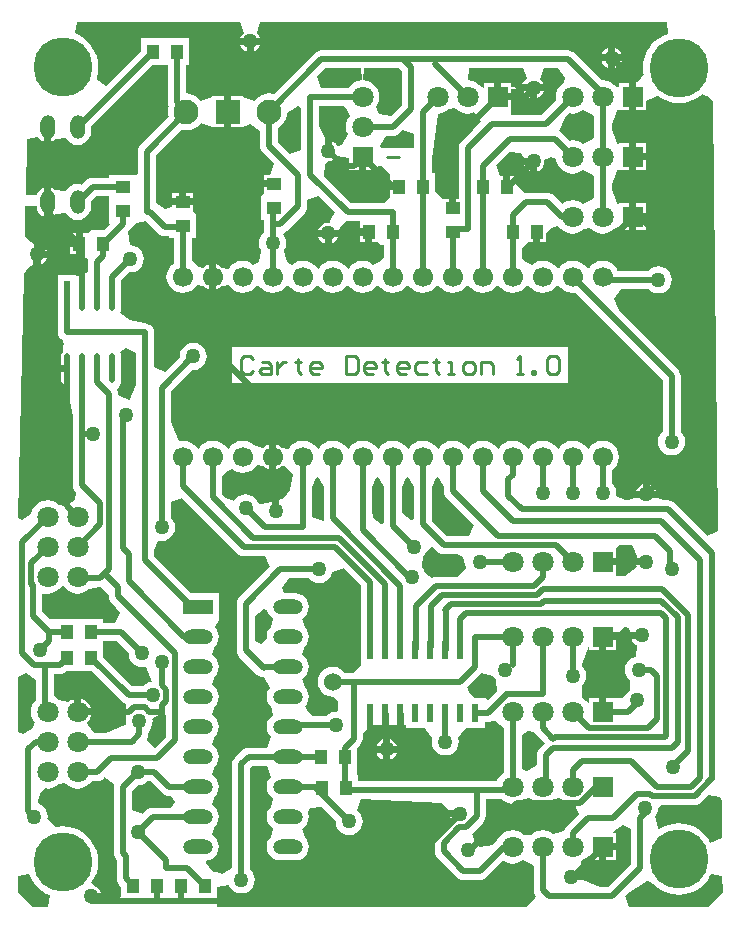
<source format=gbl>
%FSLAX24Y24*%
%MOIN*%
G70*
G01*
G75*
G04 Layer_Physical_Order=2*
G04 Layer_Color=16711680*
%ADD10R,0.0400X0.0500*%
%ADD11R,0.0500X0.0400*%
%ADD12R,0.0800X0.0800*%
%ADD13C,0.0197*%
%ADD14C,0.0100*%
%ADD15C,0.0709*%
%ADD16C,0.0827*%
%ADD17R,0.0827X0.0827*%
%ADD18C,0.0600*%
%ADD19C,0.1969*%
%ADD20R,0.0709X0.0709*%
%ADD21R,0.0709X0.0709*%
%ADD22C,0.0669*%
%ADD23O,0.0500X0.0800*%
%ADD24R,0.1000X0.0500*%
%ADD25O,0.1000X0.0500*%
%ADD26C,0.0500*%
%ADD27R,0.0200X0.1000*%
%ADD28O,0.0200X0.1000*%
%ADD29R,0.0236X0.0606*%
G36*
X14879Y20310D02*
D01*
Y20310D01*
X14916Y20170D01*
X15300D01*
Y19930D01*
X14971D01*
X14994Y19873D01*
X15050Y19800D01*
X15123Y19744D01*
X15154Y19731D01*
X15103Y19341D01*
X15083Y19338D01*
X14973Y19293D01*
X14879Y19221D01*
X14807Y19127D01*
X14762Y19017D01*
X14746Y18900D01*
X14762Y18783D01*
X14807Y18673D01*
X14879Y18579D01*
X14913Y18553D01*
X14913Y18233D01*
X14635Y17954D01*
X14454D01*
Y17954D01*
X14120D01*
Y17500D01*
X13880D01*
Y17954D01*
X13546D01*
Y17805D01*
X13546Y17805D01*
X13299Y17969D01*
Y18363D01*
X13321Y18379D01*
X13393Y18473D01*
X13438Y18583D01*
X13454Y18700D01*
X13438Y18817D01*
X13393Y18927D01*
X13321Y19021D01*
X13301Y19036D01*
Y19104D01*
X13546Y19695D01*
Y19546D01*
X13880D01*
Y20000D01*
X14000D01*
Y20120D01*
X14518D01*
X14748Y20325D01*
X14879Y20310D01*
D02*
G37*
G36*
X-2013Y17837D02*
D01*
X-2013D01*
Y17837D01*
D01*
X-2013D01*
Y17837D01*
X-2013D01*
X-2013Y17837D01*
Y17837D01*
X-2013Y17837D01*
Y17837D01*
X-1951Y17789D01*
X-1878Y17759D01*
X-1878Y17759D01*
D01*
X-1843Y17427D01*
X-1888Y17317D01*
X-1904Y17200D01*
X-1890Y17097D01*
X-1911Y17073D01*
X-2568Y16801D01*
X-2947D01*
X-3144Y17049D01*
X-3176Y17176D01*
D01*
X-3103Y17271D01*
X-3058Y17380D01*
X-3500D01*
Y17500D01*
X-3620D01*
Y17942D01*
X-3729Y17897D01*
X-3824Y17824D01*
X-3824D01*
X-4105Y17895D01*
X-4220Y17984D01*
X-4299Y18017D01*
Y18749D01*
X-4100D01*
X-4022Y18759D01*
X-3950Y18789D01*
X-3887Y18837D01*
X-3887Y18837D01*
X-3887Y18837D01*
X-3874Y18850D01*
X-3026D01*
X-2013Y17837D01*
D02*
G37*
G36*
X-3895Y21605D02*
X-3780Y21516D01*
X-3645Y21460D01*
X-3500Y21441D01*
X-3355Y21460D01*
X-3220Y21516D01*
X-3105Y21605D01*
X-2750Y21649D01*
X-2750D01*
X-2747Y21649D01*
X-2747Y21649D01*
D01*
X-2451Y21390D01*
X-2451Y21390D01*
X-2451Y21350D01*
X-2451Y21350D01*
X-2451D01*
X-2441Y21272D01*
X-2411Y21200D01*
X-2363Y21137D01*
X-2363Y21137D01*
X-2363D01*
X-2078Y20809D01*
X-2241Y20451D01*
X-2650D01*
Y20600D01*
X-4250D01*
Y20600D01*
X-4421Y20600D01*
X-4699Y20878D01*
Y21424D01*
X-4500Y21441D01*
X-4500Y21441D01*
Y21441D01*
D01*
D01*
D01*
X-4355Y21460D01*
X-4220Y21516D01*
X-4105Y21605D01*
X-4105Y21605D01*
Y21605D01*
X-3984Y21720D01*
D01*
D01*
X-3895Y21605D01*
D02*
G37*
G36*
X2811Y20886D02*
X2812Y20883D01*
X2857Y20773D01*
X2929Y20679D01*
X3023Y20607D01*
X3023Y20607D01*
D01*
X2929Y20321D01*
X2857Y20227D01*
X2812Y20117D01*
X2796Y20000D01*
X2804Y19942D01*
X2624Y19758D01*
X2401Y19868D01*
Y20687D01*
X2721Y20917D01*
X2811Y20886D01*
D02*
G37*
G36*
X7370Y17047D02*
X7432D01*
Y16947D01*
X8070D01*
X8118Y16910D01*
X8312Y16619D01*
X8312Y16617D01*
X8296Y16500D01*
X8312Y16383D01*
X8357Y16273D01*
X8429Y16179D01*
X8523Y16107D01*
X8633Y16062D01*
X8750Y16046D01*
X8867Y16062D01*
X8977Y16107D01*
X9071Y16179D01*
X9143Y16273D01*
X9188Y16383D01*
X9204Y16500D01*
X9188Y16617D01*
X9188Y16619D01*
X9382Y16910D01*
X9430Y16947D01*
X10068D01*
Y17149D01*
X10168D01*
X10246Y17159D01*
X10319Y17189D01*
D01*
X10319Y17189D01*
X10400Y17202D01*
X10699Y16946D01*
Y15468D01*
X10605Y15395D01*
X10516Y15280D01*
X10483Y15201D01*
X5850D01*
Y15400D01*
X5800D01*
Y15550D01*
X5800D01*
Y16274D01*
X5913Y16387D01*
X5961Y16450D01*
X5991Y16522D01*
X6001Y16600D01*
Y16768D01*
X6279Y17047D01*
X6468Y17047D01*
X6500D01*
X6532D01*
X6630D01*
Y17450D01*
X6870D01*
Y17047D01*
X6968D01*
X7000D01*
X7032D01*
X7130D01*
Y17450D01*
X7370D01*
Y17047D01*
D02*
G37*
G36*
X-4901Y18573D02*
Y17888D01*
X-4984Y17780D01*
X-5040Y17645D01*
X-5059Y17500D01*
X-5040Y17355D01*
X-4984Y17220D01*
X-4929Y17149D01*
X-4984Y16947D01*
X-5337Y16772D01*
X-5500Y16840D01*
Y18651D01*
X-5235Y18781D01*
X-4901Y18573D01*
D02*
G37*
G36*
X-1801Y19475D02*
X-1804Y19450D01*
X-1788Y19333D01*
X-1743Y19223D01*
X-1671Y19129D01*
X-1577Y19057D01*
X-1467Y19012D01*
X-1350Y18996D01*
X-1233Y19012D01*
X-1024Y18508D01*
X-1026Y18500D01*
X-1117Y18488D01*
X-1227Y18443D01*
X-1321Y18371D01*
X-1336Y18351D01*
X-1675D01*
X-2650Y19326D01*
Y19700D01*
Y19849D01*
X-2175D01*
X-1801Y19475D01*
D02*
G37*
G36*
X10344Y18705D02*
X10357Y18673D01*
X10429Y18579D01*
X10443Y18569D01*
X10468Y18176D01*
X10194Y17901D01*
X10068Y17953D01*
Y17953D01*
X10068Y17953D01*
X9719D01*
X9554Y18168D01*
X9493Y18317D01*
X9958Y18782D01*
X10344Y18705D01*
D02*
G37*
G36*
X5949Y21706D02*
Y20053D01*
X5932D01*
Y19047D01*
D01*
Y19047D01*
X5686Y18801D01*
X5399D01*
X5357Y18857D01*
X5252Y18937D01*
X5131Y18987D01*
X5000Y19004D01*
X4869Y18987D01*
X4748Y18937D01*
X4643Y18857D01*
X4563Y18752D01*
X4513Y18631D01*
X4496Y18500D01*
X4513Y18369D01*
X4563Y18248D01*
X4643Y18143D01*
X4748Y18063D01*
X4869Y18013D01*
X5000Y17996D01*
X5062Y18004D01*
X5167Y17867D01*
X5167Y17560D01*
X5103Y17503D01*
X5100Y17504D01*
X4983Y17488D01*
X4873Y17443D01*
X4779Y17371D01*
X4764Y17351D01*
X4323D01*
X4159Y17564D01*
X4090Y17704D01*
X4143Y17773D01*
X4188Y17883D01*
X4204Y18000D01*
X4188Y18117D01*
X4143Y18227D01*
X4071Y18321D01*
X3977Y18607D01*
X4071Y18679D01*
X4143Y18773D01*
X4188Y18883D01*
X4204Y19000D01*
X4188Y19117D01*
X4143Y19227D01*
X4071Y19321D01*
X3977Y19393D01*
X4071Y19679D01*
X4143Y19773D01*
X4188Y19883D01*
X4204Y20000D01*
X4188Y20117D01*
X4143Y20227D01*
X4071Y20321D01*
X3977Y20607D01*
X4071Y20679D01*
X4143Y20773D01*
X4188Y20883D01*
X4204Y21000D01*
X4188Y21117D01*
X4143Y21227D01*
X4071Y21321D01*
X3977Y21393D01*
X3867Y21438D01*
X3750Y21454D01*
X3394D01*
X3324Y21622D01*
X3543Y21949D01*
X4214D01*
X4229Y21929D01*
X4323Y21857D01*
X4433Y21812D01*
X4550Y21796D01*
X4667Y21812D01*
X4777Y21857D01*
X4871Y21929D01*
X4943Y22023D01*
X4988Y22133D01*
X4992Y22163D01*
X5365Y22289D01*
X5949Y21706D01*
D02*
G37*
G36*
X4546Y25311D02*
X4699Y25001D01*
Y23950D01*
X4699Y23950D01*
X4699D01*
X4706Y23897D01*
X4669Y23855D01*
X4301Y23994D01*
Y25001D01*
X4454Y25311D01*
X4500Y25333D01*
X4546Y25311D01*
D02*
G37*
G36*
X6546D02*
X6699Y25001D01*
Y23791D01*
X6628Y23762D01*
X6337Y23956D01*
X6301Y24233D01*
Y25001D01*
X6454Y25311D01*
X6500Y25333D01*
X6546Y25311D01*
D02*
G37*
G36*
X-1551Y29468D02*
Y28399D01*
X-1740Y27942D01*
X-1790Y27898D01*
X-2149Y28061D01*
Y28100D01*
X-2159Y28178D01*
X-2189Y28251D01*
Y28251D01*
D01*
D01*
X-2136Y28336D01*
X-2136D01*
X-2088Y28399D01*
X-2058Y28472D01*
X-2047Y28550D01*
Y29350D01*
X-2055Y29411D01*
X-2055Y29411D01*
X-2055Y29411D01*
X-2058Y29428D01*
X-2058Y29428D01*
X-2081Y29485D01*
X-1894Y29638D01*
X-1551Y29468D01*
D02*
G37*
G36*
X7546Y25311D02*
X7699Y25001D01*
Y23941D01*
X7628Y23912D01*
X7301Y24131D01*
Y25001D01*
X7454Y25311D01*
X7500Y25333D01*
X7546Y25311D01*
D02*
G37*
G36*
X15009Y22998D02*
X15159Y22696D01*
X15144Y22677D01*
X15121Y22620D01*
X15450D01*
Y22380D01*
X15121D01*
X15144Y22323D01*
X14742Y22015D01*
X14454Y22041D01*
Y22046D01*
X14454D01*
Y22380D01*
X14000D01*
Y22620D01*
X14454D01*
Y22954D01*
D01*
Y22954D01*
X14549Y23049D01*
X14971D01*
X15009Y22998D01*
D02*
G37*
G36*
X8484Y22840D02*
X8547Y22792D01*
X8619Y22762D01*
X8697Y22752D01*
X9137D01*
X9344Y22666D01*
X9458Y22290D01*
X9384Y22179D01*
X9152Y22001D01*
X8450D01*
X8372Y21991D01*
X8299Y21961D01*
D01*
X8088Y22117D01*
X8043Y22227D01*
X7971Y22321D01*
Y22321D01*
X7971D01*
X8021Y22679D01*
X8093Y22773D01*
X8093D01*
X8093Y22773D01*
X8093D01*
X8093D01*
X8093Y22773D01*
X8304Y23020D01*
D01*
D01*
D01*
X8484Y22840D01*
D02*
G37*
G36*
X8546Y25311D02*
X8699Y25001D01*
Y24850D01*
X8699Y24850D01*
X8699D01*
X8709Y24772D01*
X8739Y24699D01*
X8787Y24637D01*
X9707Y23717D01*
X9556Y23354D01*
X8822D01*
X8301Y23875D01*
Y25001D01*
X8454Y25311D01*
X8500Y25333D01*
X8546Y25311D01*
D02*
G37*
G36*
X1817Y22787D02*
X1880Y22739D01*
X1952Y22709D01*
X2030Y22699D01*
X2759D01*
X2910Y22335D01*
X1887Y21313D01*
X1839Y21251D01*
X1809Y21178D01*
X1799Y21100D01*
Y19550D01*
X1799Y19550D01*
X1799D01*
X1809Y19472D01*
X1839Y19399D01*
X1887Y19337D01*
X2487Y18737D01*
D01*
X2487D01*
Y18737D01*
D01*
X2487D01*
Y18737D01*
X2487D01*
X2487Y18737D01*
Y18737D01*
X2487Y18737D01*
Y18737D01*
X2549Y18689D01*
X2622Y18659D01*
X2700Y18649D01*
X2725Y18652D01*
X2922Y18311D01*
X2857Y18227D01*
X2812Y18117D01*
X2796Y18000D01*
X2812Y17883D01*
X2857Y17773D01*
X2929Y17679D01*
X3023Y17393D01*
X3023D01*
X3023Y17393D01*
X2929Y17321D01*
X2857Y17227D01*
X2812Y17117D01*
X2796Y17000D01*
X2812Y16883D01*
X2857Y16773D01*
X2929Y16679D01*
X2936Y16674D01*
X2809Y16301D01*
X2200D01*
X2122Y16291D01*
X2050Y16261D01*
X1987Y16213D01*
X1737Y15963D01*
X1689Y15900D01*
X1659Y15828D01*
X1649Y15750D01*
Y12311D01*
X1326Y12085D01*
X1150Y12150D01*
Y12150D01*
X1020D01*
X791Y12470D01*
X820Y12555D01*
X867Y12562D01*
X977Y12607D01*
X1071Y12679D01*
X1143Y12773D01*
X1188Y12883D01*
X1204Y13000D01*
X1188Y13117D01*
X1143Y13227D01*
X1071Y13321D01*
X977Y13393D01*
X1071Y13679D01*
X1143Y13773D01*
X1188Y13883D01*
X1204Y14000D01*
X1188Y14117D01*
X1143Y14227D01*
X1071Y14321D01*
X977Y14393D01*
X1071Y14679D01*
X1143Y14773D01*
X1188Y14883D01*
X1204Y15000D01*
X1188Y15117D01*
X1143Y15227D01*
X1071Y15321D01*
X977Y15393D01*
X1071Y15679D01*
X1143Y15773D01*
X1188Y15883D01*
X1204Y16000D01*
X1188Y16117D01*
X1143Y16227D01*
X1071Y16321D01*
X977Y16393D01*
X1071Y16679D01*
X1143Y16773D01*
X1188Y16883D01*
X1204Y17000D01*
X1188Y17117D01*
X1143Y17227D01*
X1071Y17321D01*
X977Y17393D01*
X1071Y17679D01*
X1143Y17773D01*
X1188Y17883D01*
X1204Y18000D01*
X1188Y18117D01*
X1143Y18227D01*
X1071Y18321D01*
X977Y18393D01*
X1071Y18679D01*
X1143Y18773D01*
X1188Y18883D01*
X1204Y19000D01*
X1188Y19117D01*
X1143Y19227D01*
X1071Y19321D01*
X977Y19393D01*
X1071Y19679D01*
X1143Y19773D01*
X1188Y19883D01*
X1204Y20000D01*
X1188Y20117D01*
X1143Y20227D01*
X1071Y20321D01*
Y20321D01*
D01*
D01*
X1200Y20550D01*
X1200D01*
Y21450D01*
X276D01*
X-949Y22675D01*
Y22894D01*
X-817Y23212D01*
X-700Y23196D01*
X-700Y23196D01*
Y23196D01*
X-583Y23212D01*
X-473Y23257D01*
X-379Y23329D01*
X-307Y23423D01*
X-262Y23533D01*
X-246Y23650D01*
X-262Y23767D01*
X-307Y23877D01*
X-379Y23971D01*
X-399Y23986D01*
Y24489D01*
X-35Y24640D01*
X1817Y22787D01*
D02*
G37*
G36*
X12605Y14605D02*
X12605Y14605D01*
Y14605D01*
X12720Y14516D01*
X12855Y14460D01*
X13000Y14441D01*
X13044Y14447D01*
X13218Y14094D01*
X12787Y13663D01*
X12739Y13600D01*
X12716Y13543D01*
X12335Y13441D01*
X12280Y13484D01*
X12145Y13540D01*
X12000Y13559D01*
X11855Y13540D01*
X11720Y13484D01*
X11605Y13395D01*
X11411Y13381D01*
X11395Y13395D01*
X11395Y13395D01*
Y13395D01*
X11280Y13484D01*
X11145Y13540D01*
X11000Y13559D01*
X10855Y13540D01*
X10720Y13484D01*
X10605Y13395D01*
X10516Y13280D01*
X10489Y13214D01*
X10487Y13213D01*
X10330Y13056D01*
X9916Y13001D01*
X9830Y13018D01*
X9806Y13077D01*
X9750Y13150D01*
X9649Y13439D01*
X10013Y13803D01*
X10061Y13865D01*
X10091Y13938D01*
X10101Y14016D01*
Y14599D01*
X10612D01*
X10720Y14516D01*
X10855Y14460D01*
X11000Y14441D01*
X11145Y14460D01*
X11280Y14516D01*
X11395Y14605D01*
X11589Y14619D01*
X11605Y14605D01*
X11605Y14605D01*
Y14605D01*
X11720Y14516D01*
X11855Y14460D01*
X12000Y14441D01*
X12145Y14460D01*
X12280Y14516D01*
X12395Y14605D01*
X12589Y14619D01*
X12605Y14605D01*
D02*
G37*
G36*
X-1075Y15199D02*
X-1075Y15199D01*
X-663Y14787D01*
D01*
X-663D01*
Y14787D01*
D01*
X-663D01*
Y14787D01*
X-663D01*
X-663Y14787D01*
Y14787D01*
X-663Y14787D01*
Y14787D01*
X-600Y14739D01*
X-528Y14709D01*
X-450Y14699D01*
X-393D01*
X-251Y14500D01*
X-393Y14301D01*
X-1000D01*
X-1078Y14291D01*
X-1151Y14261D01*
X-1213Y14213D01*
X-1335Y14090D01*
X-1699Y14241D01*
Y14875D01*
X-1699Y14875D01*
D01*
X-1500Y15046D01*
X-1383Y15062D01*
X-1273Y15107D01*
X-1179Y15179D01*
X-1075Y15199D01*
Y15199D01*
D02*
G37*
G36*
X-2284Y15094D02*
X-2291Y15078D01*
X-2301Y15000D01*
Y12800D01*
X-2291Y12722D01*
X-2261Y12650D01*
X-2213Y12587D01*
X-2201Y12575D01*
Y11950D01*
X-2201Y11950D01*
X-2201D01*
X-2191Y11872D01*
X-2161Y11799D01*
X-2113Y11737D01*
X-2050Y11674D01*
Y11340D01*
X-2377Y11121D01*
X-2640Y11230D01*
X-3050D01*
Y11470D01*
X-2721D01*
X-2744Y11527D01*
X-2800Y11600D01*
X-2873Y11656D01*
X-2873Y11656D01*
X-2873D01*
X-3039Y11802D01*
X-3039Y11802D01*
X-3039Y11802D01*
X-2942Y11961D01*
X-2870Y12133D01*
X-2827Y12314D01*
X-2812Y12500D01*
X-2827Y12686D01*
X-2870Y12867D01*
X-2942Y13039D01*
X-3039Y13198D01*
X-3160Y13340D01*
X-3302Y13461D01*
X-3461Y13558D01*
X-3633Y13630D01*
X-3814Y13673D01*
X-4000Y13688D01*
X-4186Y13673D01*
X-4213Y13667D01*
X-4505Y13930D01*
X-4496Y14000D01*
X-4512Y14117D01*
X-4557Y14227D01*
X-4629Y14321D01*
X-4723Y14393D01*
X-4723D01*
X-4830Y14456D01*
X-4819Y14538D01*
X-4705Y14815D01*
X-4553Y14948D01*
X-4500Y14941D01*
X-4355Y14960D01*
X-4220Y15016D01*
X-4105Y15105D01*
X-3911Y15119D01*
X-3895Y15105D01*
X-3895Y15105D01*
Y15105D01*
X-3780Y15016D01*
X-3645Y14960D01*
X-3500Y14941D01*
X-3355Y14960D01*
X-3220Y15016D01*
X-3105Y15105D01*
X-3032Y15199D01*
X-2850D01*
X-2772Y15209D01*
X-2700Y15239D01*
X-2637Y15287D01*
X-2637Y15287D01*
X-2637Y15287D01*
X-2611Y15313D01*
X-2284Y15094D01*
D02*
G37*
G36*
X17909Y14651D02*
X17964Y14520D01*
X17978Y13297D01*
X17594Y13138D01*
X17496Y13297D01*
X17375Y13438D01*
X17234Y13559D01*
X17075Y13657D01*
X16903Y13728D01*
X16721Y13772D01*
X16535Y13786D01*
X16350Y13772D01*
X16168Y13728D01*
X15996Y13657D01*
X15895Y13595D01*
X15829Y13631D01*
X15750Y14017D01*
X15793Y14073D01*
X15838Y14183D01*
X15854Y14300D01*
X15943Y14402D01*
X17073D01*
X17151Y14412D01*
X17223Y14442D01*
X17286Y14490D01*
X17286Y14490D01*
X17286Y14490D01*
X17523Y14728D01*
X17909Y14651D01*
D02*
G37*
G36*
X14949Y13609D02*
Y12425D01*
X14175Y11651D01*
X13913D01*
X13360Y11880D01*
X12950D01*
Y12120D01*
X13279D01*
X13256Y12177D01*
X13280Y12516D01*
D01*
D01*
X13395Y12605D01*
D01*
X13395Y12605D01*
X13395Y12605D01*
X13395Y12605D01*
Y12605D01*
X13546Y12695D01*
Y12546D01*
X13880D01*
Y13000D01*
X14000D01*
Y13120D01*
X14454D01*
Y13454D01*
X14350D01*
X14375Y13519D01*
X14677Y13721D01*
X14949Y13609D01*
D02*
G37*
G36*
X-5058Y11961D02*
X-4961Y11802D01*
X-4840Y11660D01*
X-4698Y11539D01*
X-4539Y11442D01*
X-4405Y11386D01*
X-4482Y11000D01*
X-5000D01*
X-5500Y11500D01*
Y12018D01*
X-5114Y12095D01*
X-5058Y11961D01*
D02*
G37*
G36*
X16180Y40109D02*
X16168Y40106D01*
X15996Y40035D01*
X15837Y39937D01*
X15695Y39816D01*
X15574Y39675D01*
X15477Y39516D01*
X15406Y39343D01*
X15362Y39162D01*
X15348Y38976D01*
X15362Y38791D01*
X15369Y38764D01*
X15170Y38512D01*
X15120Y38491D01*
Y38000D01*
Y37546D01*
X15454D01*
Y37872D01*
X15812Y38037D01*
X15837Y38015D01*
X15996Y37918D01*
X16168Y37847D01*
X16350Y37803D01*
X16535Y37788D01*
X16721Y37803D01*
X16903Y37847D01*
X17075Y37918D01*
X17234Y38015D01*
X17324Y38092D01*
X17544Y37992D01*
X17683Y37874D01*
X17855Y23526D01*
X17493Y23373D01*
X16402Y24463D01*
X16340Y24511D01*
X16268Y24541D01*
X16190Y24551D01*
X16051D01*
X15860Y24630D01*
X15040D01*
X14849Y24551D01*
X14756D01*
X14438Y24683D01*
X14454Y24800D01*
X14454Y24800D01*
X14454D01*
X14438Y24917D01*
X14393Y25027D01*
X14321Y25121D01*
X14301Y25136D01*
Y25557D01*
X14381Y25619D01*
X14467Y25730D01*
X14521Y25860D01*
X14539Y26000D01*
X14521Y26140D01*
X14467Y26270D01*
X14381Y26381D01*
X14270Y26467D01*
X14140Y26521D01*
X14000Y26539D01*
X13860Y26521D01*
X13730Y26467D01*
X13619Y26381D01*
X13533Y26270D01*
D01*
X13381Y26381D01*
X13381Y26381D01*
Y26381D01*
X13270Y26467D01*
X13140Y26521D01*
X13000Y26539D01*
X12860Y26521D01*
X12730Y26467D01*
X12619Y26381D01*
X12533Y26270D01*
D01*
X12381Y26381D01*
X12381Y26381D01*
Y26381D01*
X12270Y26467D01*
X12140Y26521D01*
X12000Y26539D01*
X11860Y26521D01*
X11730Y26467D01*
X11619Y26381D01*
X11533Y26270D01*
D01*
X11381Y26381D01*
X11381Y26381D01*
Y26381D01*
X11270Y26467D01*
X11140Y26521D01*
X11000Y26539D01*
X10860Y26521D01*
X10730Y26467D01*
X10619Y26381D01*
X10533Y26270D01*
D01*
X10381Y26381D01*
X10381Y26381D01*
Y26381D01*
X10270Y26467D01*
X10140Y26521D01*
X10000Y26539D01*
X9860Y26521D01*
X9730Y26467D01*
X9619Y26381D01*
X9533Y26270D01*
D01*
X9381Y26381D01*
X9381Y26381D01*
Y26381D01*
X9270Y26467D01*
X9140Y26521D01*
X9000Y26539D01*
X8860Y26521D01*
X8730Y26467D01*
X8619Y26381D01*
X8533Y26270D01*
D01*
X8381Y26381D01*
X8381Y26381D01*
Y26381D01*
X8270Y26467D01*
X8140Y26521D01*
X8000Y26539D01*
X7860Y26521D01*
X7730Y26467D01*
X7619Y26381D01*
X7533Y26270D01*
D01*
X7381Y26381D01*
X7381Y26381D01*
Y26381D01*
X7270Y26467D01*
X7140Y26521D01*
X7000Y26539D01*
X6860Y26521D01*
X6730Y26467D01*
X6619Y26381D01*
X6533Y26270D01*
D01*
X6381Y26381D01*
X6381Y26381D01*
Y26381D01*
X6270Y26467D01*
X6140Y26521D01*
X6000Y26539D01*
X5860Y26521D01*
X5730Y26467D01*
X5619Y26381D01*
X5533Y26270D01*
D01*
X5381Y26381D01*
X5381Y26381D01*
Y26381D01*
X5270Y26467D01*
X5140Y26521D01*
X5000Y26539D01*
X4860Y26521D01*
X4730Y26467D01*
X4619Y26381D01*
X4533Y26270D01*
D01*
X4381Y26381D01*
X4381Y26381D01*
Y26381D01*
X4270Y26467D01*
X4140Y26521D01*
X4000Y26539D01*
X3860Y26521D01*
X3730Y26467D01*
X3619Y26381D01*
X3533Y26270D01*
D01*
X3310Y26310D01*
X3219Y26380D01*
X3120Y26421D01*
Y26000D01*
Y25579D01*
X3219Y25620D01*
X3310Y25690D01*
X3397Y25706D01*
X3674Y25426D01*
X3571Y24890D01*
X3380Y24640D01*
X3220Y24554D01*
Y24200D01*
X2980D01*
Y24529D01*
X2923Y24506D01*
X2850Y24450D01*
X2538Y24417D01*
X2493Y24527D01*
X2421Y24621D01*
X2327Y24693D01*
X2217Y24738D01*
X2100Y24754D01*
X1983Y24738D01*
X1873Y24693D01*
X1779Y24621D01*
X1779Y24621D01*
Y24621D01*
X1707Y24527D01*
X1437Y24639D01*
X1301Y24775D01*
Y25375D01*
X1456Y25494D01*
X1654Y25592D01*
X1730Y25533D01*
X1860Y25479D01*
X2000Y25461D01*
X2140Y25479D01*
X2270Y25533D01*
X2381Y25619D01*
X2467Y25730D01*
X2467Y25730D01*
Y25730D01*
X2690Y25690D01*
X2781Y25620D01*
X2880Y25579D01*
Y26000D01*
Y26421D01*
X2781Y26380D01*
X2690Y26310D01*
X2381Y26381D01*
X2270Y26467D01*
X2140Y26521D01*
X2000Y26539D01*
X1860Y26521D01*
X1730Y26467D01*
X1619Y26381D01*
X1533Y26270D01*
D01*
X1381Y26381D01*
X1381Y26381D01*
Y26381D01*
X1270Y26467D01*
X1140Y26521D01*
X1000Y26539D01*
X860Y26521D01*
X730Y26467D01*
X619Y26381D01*
X533Y26270D01*
D01*
X381Y26381D01*
X381Y26381D01*
Y26381D01*
X270Y26467D01*
X140Y26521D01*
X0Y26539D01*
X-103Y26526D01*
X-164Y26579D01*
X-399Y27147D01*
Y28175D01*
X325Y28899D01*
X350Y28896D01*
X467Y28912D01*
X577Y28957D01*
X671Y29029D01*
X743Y29123D01*
X788Y29233D01*
X804Y29350D01*
X788Y29467D01*
X743Y29577D01*
X671Y29671D01*
X577Y29743D01*
X467Y29788D01*
X350Y29804D01*
X233Y29788D01*
X123Y29743D01*
X29Y29671D01*
X-43Y29577D01*
X-88Y29467D01*
X-104Y29350D01*
X-101Y29325D01*
X-585Y28840D01*
X-949Y28991D01*
Y30150D01*
X-959Y30228D01*
X-989Y30301D01*
X-1037Y30363D01*
X-1099Y30411D01*
X-1172Y30441D01*
X-1250Y30451D01*
X-1250Y30451D01*
X-1250Y30451D01*
X-1759Y30546D01*
X-2088Y30799D01*
X-2081Y30815D01*
X-2081Y30815D01*
X-2081Y30815D01*
X-2058Y30872D01*
X-2047Y30950D01*
Y31750D01*
X-2049Y31762D01*
Y31875D01*
X-1775Y32149D01*
X-1750Y32146D01*
X-1633Y32162D01*
X-1523Y32207D01*
X-1429Y32279D01*
X-1357Y32373D01*
X-1312Y32483D01*
X-1296Y32600D01*
X-1312Y32717D01*
X-1357Y32827D01*
X-1429Y32921D01*
X-1523Y32993D01*
X-1633Y33038D01*
X-1750Y33054D01*
X-1811Y33514D01*
X-1811Y33514D01*
X-1787Y33537D01*
X-1776Y33552D01*
X-1550Y33800D01*
X-1228Y33853D01*
X-1228D01*
X-813Y33437D01*
D01*
X-813D01*
Y33437D01*
D01*
X-813D01*
Y33437D01*
X-813D01*
X-813Y33437D01*
Y33437D01*
X-813Y33437D01*
Y33437D01*
X-750Y33389D01*
X-678Y33359D01*
X-600Y33349D01*
X-450D01*
Y33300D01*
X-301D01*
Y32443D01*
X-381Y32381D01*
X-467Y32270D01*
X-521Y32140D01*
X-539Y32000D01*
X-521Y31860D01*
X-467Y31730D01*
X-381Y31619D01*
X-270Y31533D01*
X-140Y31479D01*
X0Y31461D01*
X140Y31479D01*
X270Y31533D01*
X381Y31619D01*
X467Y31730D01*
X467Y31730D01*
Y31730D01*
X690Y31690D01*
X781Y31620D01*
X880Y31579D01*
Y32000D01*
Y32421D01*
X781Y32380D01*
X690Y32310D01*
X544Y32344D01*
X301Y32547D01*
Y33300D01*
X450D01*
Y33922D01*
X450Y33922D01*
X450Y33922D01*
X450Y34100D01*
X350Y34200D01*
X350Y34378D01*
X350Y34378D01*
X350Y34378D01*
Y34380D01*
X-350D01*
Y34378D01*
X-350Y34378D01*
X-350Y34378D01*
X-350Y34340D01*
X-572Y34248D01*
X-899Y34467D01*
Y36053D01*
X-43Y36909D01*
X2Y36895D01*
X122Y36884D01*
X242Y36895D01*
X358Y36931D01*
X464Y36988D01*
X558Y37064D01*
X616Y37135D01*
X979Y37005D01*
X987Y36987D01*
Y36987D01*
X1380D01*
Y37500D01*
Y38013D01*
X987D01*
Y38013D01*
X979Y37995D01*
X616Y37865D01*
X558Y37936D01*
X464Y38012D01*
X358Y38069D01*
X242Y38105D01*
X122Y38116D01*
X101Y38135D01*
Y39050D01*
X200D01*
Y39950D01*
X-1400D01*
Y39526D01*
X-2565Y38361D01*
X-2892Y38579D01*
X-2870Y38633D01*
X-2827Y38814D01*
X-2812Y39000D01*
X-2827Y39186D01*
X-2870Y39367D01*
X-2942Y39539D01*
X-3039Y39698D01*
X-3160Y39840D01*
X-3302Y39961D01*
X-3461Y40058D01*
X-3595Y40114D01*
X-3518Y40500D01*
X1910D01*
X2036Y40127D01*
X2000Y40100D01*
X1944Y40027D01*
X1921Y39970D01*
X2579D01*
X2556Y40027D01*
X2500Y40100D01*
X2464Y40127D01*
X2590Y40500D01*
X16134D01*
X16180Y40109D01*
D02*
G37*
G36*
X2933Y15334D02*
X2929Y15321D01*
X2857Y15227D01*
X2812Y15117D01*
X2796Y15000D01*
X2812Y14883D01*
X2857Y14773D01*
X2929Y14679D01*
X3023Y14607D01*
X3023Y14607D01*
D01*
X2929Y14321D01*
X2857Y14227D01*
X2812Y14117D01*
X2796Y14000D01*
X2812Y13883D01*
X2857Y13773D01*
X2929Y13679D01*
X3023Y13607D01*
X3023Y13607D01*
D01*
X2929Y13321D01*
X2857Y13227D01*
X2812Y13117D01*
X2796Y13000D01*
X2812Y12883D01*
X2857Y12773D01*
X2929Y12679D01*
X3023Y12607D01*
X3133Y12562D01*
X3250Y12546D01*
X3750D01*
X3867Y12562D01*
X3977Y12607D01*
X4071Y12679D01*
X4143Y12773D01*
X4188Y12883D01*
X4204Y13000D01*
X4188Y13117D01*
X4143Y13227D01*
X4071Y13321D01*
X3977Y13607D01*
X4071Y13679D01*
X4143Y13773D01*
X4188Y13883D01*
X4204Y14000D01*
X4188Y14117D01*
X4166Y14173D01*
X4248Y14296D01*
X4640Y14335D01*
X5099Y13875D01*
X5096Y13850D01*
X5112Y13733D01*
X5157Y13623D01*
X5229Y13529D01*
X5323Y13457D01*
X5433Y13412D01*
X5550Y13396D01*
X5667Y13412D01*
X5777Y13457D01*
X5871Y13529D01*
X5943Y13623D01*
X5988Y13733D01*
X6004Y13850D01*
X5988Y13967D01*
X5943Y14077D01*
X5871Y14171D01*
X5800Y14225D01*
X5937Y14594D01*
X8651Y14448D01*
X8840Y14220D01*
X9250D01*
Y13980D01*
X8921D01*
X8944Y13923D01*
X8998Y13854D01*
X8487Y13343D01*
X8439Y13281D01*
X8409Y13208D01*
X8399Y13130D01*
Y12850D01*
X8409Y12772D01*
X8439Y12700D01*
X8487Y12637D01*
X9137Y11987D01*
D01*
X9137D01*
Y11987D01*
D01*
X9137D01*
Y11987D01*
X9137D01*
X9137Y11987D01*
Y11987D01*
X9137Y11987D01*
Y11987D01*
X9200Y11939D01*
X9272Y11909D01*
X9350Y11899D01*
X9900D01*
X9978Y11909D01*
X10050Y11939D01*
X10113Y11987D01*
X10676Y12550D01*
X10720Y12516D01*
X10855Y12460D01*
X11000Y12441D01*
X11145Y12460D01*
X11280Y12516D01*
X11346Y12567D01*
X11623Y12430D01*
X11699Y12372D01*
Y11550D01*
X11699Y11550D01*
X11699D01*
X11709Y11472D01*
X11739Y11400D01*
X11775Y11353D01*
X11748Y11298D01*
X11450Y11000D01*
X1150D01*
Y11250D01*
X1150D01*
Y11646D01*
X1536Y11723D01*
X1557Y11673D01*
X1629Y11579D01*
X1723Y11507D01*
X1833Y11462D01*
X1950Y11446D01*
X2067Y11462D01*
X2177Y11507D01*
X2271Y11579D01*
X2343Y11673D01*
X2388Y11783D01*
X2404Y11900D01*
X2388Y12017D01*
X2343Y12127D01*
X2271Y12221D01*
X2251Y12236D01*
Y15625D01*
X2325Y15699D01*
X2809D01*
X2933Y15334D01*
D02*
G37*
G36*
X17994Y12017D02*
X18000Y11500D01*
X17500Y11000D01*
X14890D01*
X14739Y11364D01*
X14803Y11428D01*
X15486Y11846D01*
X15625Y11841D01*
X15695Y11758D01*
X15837Y11637D01*
X15996Y11540D01*
X16168Y11469D01*
X16350Y11425D01*
X16535Y11411D01*
X16721Y11425D01*
X16903Y11469D01*
X17075Y11540D01*
X17234Y11637D01*
X17375Y11758D01*
X17496Y11900D01*
X17594Y12059D01*
X17607Y12091D01*
X17994Y12017D01*
D02*
G37*
G36*
X-594Y17423D02*
X-551Y17368D01*
Y16675D01*
X-918Y16307D01*
X-1214Y16567D01*
X-1189Y16600D01*
X-1189Y16600D01*
X-1189D01*
X-1159Y16672D01*
X-1149Y16750D01*
D01*
D01*
Y16750D01*
X-1149D01*
D01*
X-1149D01*
X-1149Y16750D01*
X-1057Y16973D01*
X-1057Y16973D01*
D01*
X-1012Y17083D01*
X-996Y17200D01*
X-1005Y17267D01*
X-747Y17427D01*
X-599D01*
X-594Y17423D01*
D02*
G37*
G36*
X-501Y37822D02*
X-491Y37744D01*
X-464Y37680D01*
X-482Y37620D01*
X-494Y37500D01*
X-482Y37380D01*
X-469Y37335D01*
X-1413Y36391D01*
X-1461Y36328D01*
X-1491Y36256D01*
X-1501Y36178D01*
Y35449D01*
X-1550Y35400D01*
X-1779Y35400D01*
X-1779Y35400D01*
X-1779Y35400D01*
X-2450D01*
Y35301D01*
X-3000D01*
X-3078Y35291D01*
X-3151Y35261D01*
X-3213Y35213D01*
X-3351Y35075D01*
X-3383Y35088D01*
X-3500Y35104D01*
X-3617Y35088D01*
X-3727Y35043D01*
X-3821Y34971D01*
X-3893Y34877D01*
Y34877D01*
X-4250Y34900D01*
X-4323Y34956D01*
X-4380Y34979D01*
Y34500D01*
Y34021D01*
X-4323Y34044D01*
X-4250Y34100D01*
X-3893Y34123D01*
X-3893Y34123D01*
Y34123D01*
X-3821Y34029D01*
X-3727Y33957D01*
X-3617Y33912D01*
X-3500Y33896D01*
X-3383Y33912D01*
X-3273Y33957D01*
X-3179Y34029D01*
X-3107Y34123D01*
X-3062Y34233D01*
X-3046Y34350D01*
Y34528D01*
X-2875Y34699D01*
X-2450D01*
Y34600D01*
Y33800D01*
X-2450Y33800D01*
X-2450D01*
X-2428Y33747D01*
X-2626Y33550D01*
X-2872D01*
X-2872Y33550D01*
X-2872Y33550D01*
X-3050Y33550D01*
X-3150Y33450D01*
X-3328Y33450D01*
X-3328Y33450D01*
X-3328Y33450D01*
X-3330D01*
Y33100D01*
Y32656D01*
X-3151Y32582D01*
X-3151Y32500D01*
X-3151Y32500D01*
X-3151D01*
Y32173D01*
X-3488Y32025D01*
X-3550Y32050D01*
X-3532Y32033D01*
X-3550Y32050D01*
Y32050D01*
X-4150D01*
Y31358D01*
X-4151Y31350D01*
Y30150D01*
X-4141Y30072D01*
X-4111Y29999D01*
X-4063Y29937D01*
X-4001Y29889D01*
X-3969Y29737D01*
X-3994Y29859D01*
X-3994Y29494D01*
X-3994Y29494D01*
X-4038Y29428D01*
X-4038Y29428D01*
X-4038D01*
X-4043Y29406D01*
X-4052Y29358D01*
X-4052D01*
X-4052Y29358D01*
X-4054Y29350D01*
X-4054Y29350D01*
X-4054Y29309D01*
X-4054D01*
X-4054D01*
Y29070D01*
X-3850D01*
Y28830D01*
X-4054D01*
Y28591D01*
X-4054D01*
D01*
Y28591D01*
X-4054D01*
X-4054D01*
X-4054Y28550D01*
X-4054D01*
X-4052Y28542D01*
X-4052Y28542D01*
X-4052D01*
X-4038Y28472D01*
D01*
D01*
X-4038D01*
X-4038D01*
D01*
X-3994Y28406D01*
Y28406D01*
X-3994D01*
Y28406D01*
D01*
X-3994D01*
Y28406D01*
X-3994Y28406D01*
D01*
X-3994Y28406D01*
D01*
X-3928Y28362D01*
X-3928Y28362D01*
X-3928Y28362D01*
X-3928Y28362D01*
Y28362D01*
X-3850Y28346D01*
X-3850Y28346D01*
X-3651Y27346D01*
Y26750D01*
Y25050D01*
X-3641Y24972D01*
X-3611Y24899D01*
X-3563Y24837D01*
X-3551Y24825D01*
X-3603Y24563D01*
X-3936Y24352D01*
X-4105Y24395D01*
X-4220Y24484D01*
X-4355Y24540D01*
X-4500Y24559D01*
X-4645Y24540D01*
X-4780Y24484D01*
X-4895Y24395D01*
X-4984Y24280D01*
X-5040Y24145D01*
X-5047Y24091D01*
X-5370Y23904D01*
X-5488Y23955D01*
X-5299Y32089D01*
X-5125Y32316D01*
X-4970Y32417D01*
Y32750D01*
Y33106D01*
X-5170Y33243D01*
X-5269Y33372D01*
X-5270Y33317D01*
X-5246Y34350D01*
X-4853D01*
X-4841Y34259D01*
X-4806Y34173D01*
X-4750Y34100D01*
X-4677Y34044D01*
X-4620Y34021D01*
Y34500D01*
Y34979D01*
X-4677Y34956D01*
X-4750Y34900D01*
X-4806Y34827D01*
X-4841Y34741D01*
X-4845Y34714D01*
X-5237Y34744D01*
X-5194Y36604D01*
X-4807Y36676D01*
X-4806Y36673D01*
X-4750Y36600D01*
X-4677Y36544D01*
X-4620Y36521D01*
Y37000D01*
X-4380D01*
Y36521D01*
X-4323Y36544D01*
X-4250Y36600D01*
X-3893Y36623D01*
X-3893Y36623D01*
Y36623D01*
X-3821Y36529D01*
X-3727Y36457D01*
X-3617Y36412D01*
X-3500Y36396D01*
X-3383Y36412D01*
X-3273Y36457D01*
X-3179Y36529D01*
X-3107Y36623D01*
X-3062Y36733D01*
X-3046Y36850D01*
Y37028D01*
X-1024Y39050D01*
X-501D01*
Y37822D01*
D02*
G37*
G36*
X11718Y16814D02*
X11739Y16796D01*
D01*
X11787Y16734D01*
X12073Y16448D01*
X11887Y16263D01*
X11839Y16200D01*
X11809Y16128D01*
X11799Y16050D01*
Y15735D01*
X11465Y15527D01*
X11377Y15570D01*
X11301Y15628D01*
Y16724D01*
X11517Y16868D01*
X11718Y16814D01*
D02*
G37*
%LPC*%
G36*
X-3380Y17942D02*
Y17620D01*
X-3058D01*
X-3103Y17729D01*
X-3176Y17824D01*
X-3271Y17897D01*
X-3380Y17942D01*
D02*
G37*
G36*
X15570Y25079D02*
Y24870D01*
X15779D01*
X15756Y24927D01*
X15700Y25000D01*
X15627Y25056D01*
X15570Y25079D01*
D02*
G37*
G36*
X15330D02*
X15273Y25056D01*
X15200Y25000D01*
X15144Y24927D01*
X15121Y24870D01*
X15330D01*
Y25079D01*
D02*
G37*
G36*
X6920Y16579D02*
Y16370D01*
X7129D01*
X7106Y16427D01*
X7050Y16500D01*
X6977Y16556D01*
X6920Y16579D01*
D02*
G37*
G36*
X6680Y16130D02*
X6471D01*
X6494Y16073D01*
X6550Y16000D01*
X6623Y15944D01*
X6680Y15921D01*
Y16130D01*
D02*
G37*
G36*
X14454Y19880D02*
X14120D01*
Y19546D01*
X14454D01*
Y19880D01*
D02*
G37*
G36*
X7129Y16130D02*
X6920D01*
Y15921D01*
X6977Y15944D01*
X7050Y16000D01*
X7106Y16073D01*
X7129Y16130D01*
D02*
G37*
G36*
X6680Y16579D02*
X6623Y16556D01*
X6550Y16500D01*
X6494Y16427D01*
X6471Y16370D01*
X6680D01*
Y16579D01*
D02*
G37*
G36*
X14454Y12880D02*
X14120D01*
Y12546D01*
X14454D01*
Y12880D01*
D02*
G37*
G36*
X12847Y29650D02*
X1650D01*
Y28450D01*
X12847D01*
Y29650D01*
D02*
G37*
G36*
X14180Y39180D02*
X13971D01*
X13994Y39123D01*
X14050Y39050D01*
X14123Y38994D01*
X14180Y38971D01*
Y39180D01*
D02*
G37*
G36*
X-120Y34800D02*
X-350D01*
Y34620D01*
X-120D01*
Y34800D01*
D02*
G37*
G36*
X15454Y34454D02*
X15120D01*
Y34120D01*
X15454D01*
Y34454D01*
D02*
G37*
G36*
X14629Y39180D02*
X14420D01*
Y38971D01*
X14477Y38994D01*
X14550Y39050D01*
X14606Y39123D01*
X14629Y39180D01*
D02*
G37*
G36*
X12850Y39551D02*
X4628D01*
X4550Y39541D01*
X4477Y39511D01*
X4415Y39463D01*
X3043Y38091D01*
X2998Y38105D01*
X2878Y38116D01*
X2758Y38105D01*
X2642Y38069D01*
X2536Y38012D01*
X2442Y37936D01*
X2384Y37865D01*
X2021Y37995D01*
X2013Y38013D01*
Y38013D01*
X1620D01*
Y37500D01*
Y36987D01*
X2013D01*
Y36987D01*
X2021Y37005D01*
X2255Y37089D01*
X2577Y36862D01*
Y36372D01*
X2577Y36372D01*
X2577D01*
X2587Y36294D01*
X2617Y36222D01*
X2665Y36159D01*
X3061Y35764D01*
X2910Y35400D01*
X2700D01*
Y35220D01*
X3050D01*
Y34980D01*
X2700D01*
Y34978D01*
X2700Y34978D01*
X2700Y34978D01*
X2700Y34800D01*
X2600Y34700D01*
X2600Y34522D01*
X2600Y34522D01*
X2600Y34522D01*
Y33900D01*
X2699D01*
Y33750D01*
Y33461D01*
X2679Y33446D01*
X2607Y33352D01*
X2562Y33242D01*
X2546Y33125D01*
X2562Y33008D01*
X2607Y32898D01*
D01*
X2616Y32868D01*
X2530Y32499D01*
X2346Y32408D01*
X2270Y32467D01*
X2140Y32521D01*
X2000Y32539D01*
X1860Y32521D01*
X1730Y32467D01*
X1619Y32381D01*
X1533Y32270D01*
D01*
X1310Y32310D01*
X1219Y32380D01*
X1120Y32421D01*
Y32000D01*
Y31579D01*
X1219Y31620D01*
X1310Y31690D01*
X1533Y31730D01*
X1533Y31730D01*
Y31730D01*
X1619Y31619D01*
X1730Y31533D01*
X1860Y31479D01*
X2000Y31461D01*
X2140Y31479D01*
X2270Y31533D01*
X2381Y31619D01*
X2467Y31730D01*
X2619Y31619D01*
X2619Y31619D01*
Y31619D01*
X2730Y31533D01*
X2860Y31479D01*
X3000Y31461D01*
X3140Y31479D01*
X3270Y31533D01*
X3381Y31619D01*
X3467Y31730D01*
X3619Y31619D01*
X3619Y31619D01*
Y31619D01*
X3730Y31533D01*
X3860Y31479D01*
X4000Y31461D01*
X4140Y31479D01*
X4270Y31533D01*
X4381Y31619D01*
X4467Y31730D01*
X4619Y31619D01*
X4619Y31619D01*
Y31619D01*
X4730Y31533D01*
X4860Y31479D01*
X5000Y31461D01*
X5140Y31479D01*
X5270Y31533D01*
X5381Y31619D01*
X5467Y31730D01*
X5619Y31619D01*
X5619Y31619D01*
Y31619D01*
X5730Y31533D01*
X5860Y31479D01*
X6000Y31461D01*
X6140Y31479D01*
X6270Y31533D01*
X6381Y31619D01*
X6467Y31730D01*
X6619Y31619D01*
X6619Y31619D01*
Y31619D01*
X6730Y31533D01*
X6860Y31479D01*
X7000Y31461D01*
X7140Y31479D01*
X7270Y31533D01*
X7381Y31619D01*
X7467Y31730D01*
X7619Y31619D01*
X7619Y31619D01*
Y31619D01*
X7730Y31533D01*
X7860Y31479D01*
X8000Y31461D01*
X8140Y31479D01*
X8270Y31533D01*
X8381Y31619D01*
X8467Y31730D01*
X8619Y31619D01*
X8619Y31619D01*
Y31619D01*
X8730Y31533D01*
X8860Y31479D01*
X9000Y31461D01*
X9140Y31479D01*
X9270Y31533D01*
X9381Y31619D01*
X9467Y31730D01*
X9619Y31619D01*
X9619Y31619D01*
Y31619D01*
X9730Y31533D01*
X9860Y31479D01*
X10000Y31461D01*
X10140Y31479D01*
X10270Y31533D01*
X10381Y31619D01*
X10467Y31730D01*
X10619Y31619D01*
X10619Y31619D01*
Y31619D01*
X10730Y31533D01*
X10860Y31479D01*
X11000Y31461D01*
X11140Y31479D01*
X11270Y31533D01*
X11381Y31619D01*
X11467Y31730D01*
X11619Y31619D01*
X11619Y31619D01*
Y31619D01*
X11730Y31533D01*
X11860Y31479D01*
X12000Y31461D01*
X12140Y31479D01*
X12270Y31533D01*
X12381Y31619D01*
X12467Y31730D01*
X12619Y31619D01*
X12619Y31619D01*
Y31619D01*
X12730Y31533D01*
X12860Y31479D01*
X13000Y31461D01*
X13100Y31474D01*
X15999Y28575D01*
Y26836D01*
X15979Y26821D01*
X15907Y26727D01*
X15862Y26617D01*
X15846Y26500D01*
X15862Y26383D01*
X15907Y26273D01*
X15979Y26179D01*
X16073Y26107D01*
X16183Y26062D01*
X16300Y26046D01*
X16417Y26062D01*
X16527Y26107D01*
X16621Y26179D01*
X16693Y26273D01*
X16738Y26383D01*
X16754Y26500D01*
X16738Y26617D01*
X16693Y26727D01*
X16621Y26821D01*
X16601Y26836D01*
Y28700D01*
X16591Y28778D01*
X16561Y28851D01*
X16513Y28913D01*
X14536Y30890D01*
X14378Y31272D01*
X14597Y31599D01*
X15514D01*
X15529Y31579D01*
X15623Y31507D01*
X15733Y31462D01*
X15850Y31446D01*
X15967Y31462D01*
X16077Y31507D01*
X16171Y31579D01*
X16243Y31673D01*
X16288Y31783D01*
X16304Y31900D01*
X16288Y32017D01*
X16243Y32127D01*
X16171Y32221D01*
X16077Y32293D01*
X15967Y32338D01*
X15850Y32354D01*
X15733Y32338D01*
X15623Y32293D01*
X15529Y32221D01*
X15514Y32201D01*
X14495D01*
X14467Y32270D01*
X14381Y32381D01*
X14270Y32467D01*
X14140Y32521D01*
X14000Y32539D01*
X13860Y32521D01*
X13730Y32467D01*
X13619Y32381D01*
X13533Y32270D01*
D01*
X13381Y32381D01*
X13381Y32381D01*
Y32381D01*
X13270Y32467D01*
X13140Y32521D01*
X13000Y32539D01*
X12860Y32521D01*
X12730Y32467D01*
X12619Y32381D01*
X12533Y32270D01*
D01*
X12381Y32381D01*
X12381Y32381D01*
Y32381D01*
X12270Y32467D01*
X12140Y32521D01*
X12000Y32539D01*
X11860Y32521D01*
X11730Y32467D01*
X11654Y32408D01*
X11456Y32506D01*
X11301Y32625D01*
Y32951D01*
X11400Y33050D01*
D01*
X11500Y33150D01*
X11678Y33150D01*
X11678Y33150D01*
X11678Y33150D01*
X11680D01*
Y33500D01*
X11920D01*
Y33150D01*
X12100D01*
Y33450D01*
X12268Y33618D01*
X12466Y33700D01*
X12605Y33605D01*
X12605Y33605D01*
X12720Y33516D01*
X12855Y33460D01*
X13000Y33441D01*
X13145Y33460D01*
X13280Y33516D01*
X13395Y33605D01*
X13589Y33619D01*
X13605Y33605D01*
X13605Y33605D01*
Y33605D01*
X13720Y33516D01*
X13855Y33460D01*
X14000Y33441D01*
X14145Y33460D01*
X14280Y33516D01*
X14395Y33605D01*
D01*
X14395Y33605D01*
X14395Y33605D01*
X14395Y33605D01*
Y33605D01*
X14546Y33695D01*
Y33546D01*
X14880D01*
Y34000D01*
Y34454D01*
X14546D01*
Y34305D01*
X14301Y34896D01*
Y35104D01*
X14546Y35695D01*
Y35546D01*
X14880D01*
Y36000D01*
Y36454D01*
X14546D01*
Y36305D01*
X14301Y36896D01*
Y37104D01*
X14546Y37695D01*
Y37546D01*
X14880D01*
Y38000D01*
Y38454D01*
X14546D01*
Y38305D01*
X14395Y38395D01*
Y38395D01*
X14395Y38395D01*
X14395Y38395D01*
X14395Y38395D01*
D01*
X14280Y38484D01*
X14145Y38540D01*
X14000Y38559D01*
X13970Y38555D01*
X13063Y39463D01*
X13001Y39511D01*
X12928Y39541D01*
X12850Y39551D01*
D02*
G37*
G36*
X15454Y36454D02*
X15120D01*
Y36120D01*
X15454D01*
Y36454D01*
D02*
G37*
G36*
X350Y34800D02*
X120D01*
Y34620D01*
X350D01*
Y34800D01*
D02*
G37*
G36*
X15454Y35880D02*
X15120D01*
Y35546D01*
X15454D01*
Y35880D01*
D02*
G37*
G36*
Y33880D02*
X15120D01*
Y33546D01*
X15454D01*
Y33880D01*
D02*
G37*
G36*
X-4730Y33079D02*
Y32870D01*
X-4521D01*
X-4544Y32927D01*
X-4600Y33000D01*
X-4673Y33056D01*
X-4730Y33079D01*
D02*
G37*
G36*
X2579Y39730D02*
X2370D01*
Y39521D01*
X2427Y39544D01*
X2500Y39600D01*
X2556Y39673D01*
X2579Y39730D01*
D02*
G37*
G36*
X-4521Y32630D02*
X-4730D01*
Y32421D01*
X-4673Y32444D01*
X-4600Y32500D01*
X-4544Y32573D01*
X-4521Y32630D01*
D02*
G37*
G36*
X-3570Y32980D02*
X-3750D01*
Y32750D01*
X-3570D01*
Y32980D01*
D02*
G37*
G36*
Y33450D02*
X-3750D01*
Y33220D01*
X-3570D01*
Y33450D01*
D02*
G37*
G36*
X14180Y39629D02*
X14123Y39606D01*
X14050Y39550D01*
X13994Y39477D01*
X13971Y39420D01*
X14180D01*
Y39629D01*
D02*
G37*
G36*
X14420D02*
Y39420D01*
X14629D01*
X14606Y39477D01*
X14550Y39550D01*
X14477Y39606D01*
X14420Y39629D01*
D02*
G37*
G36*
X2130Y39730D02*
X1921D01*
X1944Y39673D01*
X2000Y39600D01*
X2073Y39544D01*
X2130Y39521D01*
Y39730D01*
D02*
G37*
%LPD*%
G36*
X7299Y38875D02*
Y37725D01*
X6935Y37361D01*
X6546Y37425D01*
X6433Y37654D01*
X6484Y37720D01*
X6540Y37855D01*
X6559Y38000D01*
X6540Y38145D01*
X6484Y38280D01*
X6395Y38395D01*
X6280Y38484D01*
X6145Y38540D01*
X6023Y38556D01*
X6048Y38949D01*
X7225D01*
X7299Y38875D01*
D02*
G37*
G36*
X13623Y37430D02*
X13699Y37372D01*
Y36628D01*
X13623Y36570D01*
X13346Y36433D01*
X13280Y36484D01*
X13145Y36540D01*
X13000Y36559D01*
X12882Y36544D01*
X12613Y36813D01*
X12613Y36813D01*
X12613D01*
X12550Y36861D01*
X12737Y37312D01*
X12882Y37456D01*
X13000Y37441D01*
X13145Y37460D01*
X13280Y37516D01*
X13346Y37567D01*
X13623Y37430D01*
D02*
G37*
G36*
X12757Y38645D02*
X12725Y38486D01*
X12720Y38484D01*
X12605Y38395D01*
X12516Y38280D01*
X12460Y38145D01*
X12441Y38000D01*
X12456Y37882D01*
X11975Y37401D01*
X10954D01*
Y37546D01*
X10954D01*
Y37880D01*
X10500D01*
Y38000D01*
X10380D01*
Y38454D01*
X10046D01*
Y38305D01*
X9895Y38395D01*
Y38395D01*
X9895Y38395D01*
X9895Y38395D01*
X9895Y38395D01*
D01*
X9780Y38484D01*
X9645Y38540D01*
X9523Y38556D01*
X9548Y38949D01*
X11358D01*
X11470Y38622D01*
X11315Y38420D01*
X12029D01*
X12006Y38477D01*
X11950Y38550D01*
X11915Y38576D01*
X12042Y38949D01*
X12507D01*
X12757Y38645D01*
D02*
G37*
G36*
X5977Y38556D02*
X5855Y38540D01*
X5720Y38484D01*
X5605Y38395D01*
X5532Y38301D01*
X4619D01*
X4468Y38665D01*
X4753Y38949D01*
X5952D01*
X5977Y38556D01*
D02*
G37*
G36*
X11274Y36118D02*
X11372Y35972D01*
X11371Y35970D01*
X11700D01*
Y35850D01*
X11820D01*
Y35521D01*
X11877Y35544D01*
X11950Y35600D01*
X12006Y35673D01*
X12041Y35759D01*
X12053Y35850D01*
X12049Y35879D01*
X12271Y35979D01*
X12449Y35938D01*
X12460Y35855D01*
X12516Y35720D01*
X12605Y35605D01*
X12720Y35516D01*
X12855Y35460D01*
X13000Y35441D01*
X13145Y35460D01*
X13280Y35516D01*
X13346Y35567D01*
X13623Y35430D01*
X13699Y35372D01*
Y34628D01*
X13623Y34570D01*
X13346Y34433D01*
X13280Y34484D01*
X13145Y34540D01*
X13000Y34559D01*
X12855Y34540D01*
X12720Y34484D01*
X12647Y34428D01*
X12363Y34713D01*
X12300Y34761D01*
X12228Y34791D01*
X12150Y34801D01*
X11450D01*
X11396Y34794D01*
X11100Y35053D01*
Y35350D01*
X10920D01*
Y35000D01*
X10680D01*
Y35350D01*
X10678D01*
X10678Y35350D01*
X10678Y35350D01*
X10590Y35350D01*
X10439Y35714D01*
X10882Y36156D01*
X11274Y36118D01*
D02*
G37*
G36*
X5546Y35956D02*
Y35546D01*
X5880D01*
Y36000D01*
X6120D01*
Y35546D01*
X6222D01*
X6222Y35546D01*
X6222Y35546D01*
X6454Y35546D01*
X6500Y35700D01*
X6622D01*
X6900Y35422D01*
Y35350D01*
X6900D01*
Y35120D01*
X7200D01*
Y34880D01*
X6900D01*
Y34650D01*
D01*
D01*
X6900D01*
D01*
D01*
X6701Y34451D01*
X5625D01*
X4721Y35355D01*
X4734Y35748D01*
X4847Y35847D01*
X4850Y35847D01*
X4941Y35859D01*
X5027Y35894D01*
X5100Y35950D01*
X5156Y36023D01*
X5160Y36033D01*
X5546Y35956D01*
D02*
G37*
G36*
X5075Y34149D02*
X4925Y33846D01*
X4925D01*
X4901Y33796D01*
X4850Y33803D01*
X4759Y33791D01*
X4673Y33756D01*
X4600Y33700D01*
X4544Y33627D01*
X4521Y33570D01*
X5207D01*
X5259Y33638D01*
X5259Y33638D01*
X5429Y33858D01*
X5500Y33849D01*
X5900D01*
Y33620D01*
X6200D01*
Y33500D01*
X6320D01*
Y33150D01*
X6500D01*
Y33150D01*
X6500D01*
X6600Y33050D01*
Y33050D01*
X6699D01*
Y32625D01*
X6544Y32506D01*
X6346Y32408D01*
X6270Y32467D01*
X6140Y32521D01*
X6000Y32539D01*
X5860Y32521D01*
X5730Y32467D01*
X5619Y32381D01*
X5533Y32270D01*
D01*
X5381Y32381D01*
X5381Y32381D01*
Y32381D01*
X5270Y32467D01*
X5140Y32521D01*
X5000Y32539D01*
X4860Y32521D01*
X4730Y32467D01*
X4619Y32381D01*
X4533Y32270D01*
D01*
X4381Y32381D01*
X4381Y32381D01*
Y32381D01*
X4270Y32467D01*
X4140Y32521D01*
X4000Y32539D01*
X3860Y32521D01*
X3730Y32467D01*
X3654Y32408D01*
X3470Y32499D01*
X3384Y32868D01*
X3393Y32898D01*
D01*
X3438Y33008D01*
X3454Y33125D01*
X3438Y33242D01*
X3393Y33352D01*
X3331Y33432D01*
D01*
X3401Y33489D01*
X3401D01*
D01*
Y33489D01*
Y33489D01*
X3401Y33489D01*
X3463Y33537D01*
X4063Y34137D01*
X4111Y34200D01*
X4141Y34272D01*
X4151Y34350D01*
Y34559D01*
X4515Y34710D01*
X5075Y34149D01*
D02*
G37*
G36*
X9105Y37605D02*
X9105Y37605D01*
Y37605D01*
X9220Y37516D01*
X9355Y37460D01*
X9500Y37441D01*
X9645Y37460D01*
X9719Y37491D01*
X9938Y37163D01*
X9287Y36513D01*
X9239Y36451D01*
X9209Y36378D01*
X9199Y36300D01*
Y34600D01*
X9120D01*
Y34300D01*
X8880D01*
Y34600D01*
X8650D01*
D01*
X8650D01*
X8400Y34850D01*
Y35450D01*
X8301D01*
Y35929D01*
X8500Y37441D01*
X8645Y37460D01*
X8780Y37516D01*
X8895Y37605D01*
X9089Y37619D01*
X9105Y37605D01*
D02*
G37*
G36*
X3949Y37631D02*
Y36241D01*
X3585Y36090D01*
X3179Y36497D01*
Y36965D01*
X3220Y36988D01*
X3314Y37064D01*
X3390Y37158D01*
X3447Y37264D01*
X3482Y37380D01*
X3492Y37478D01*
X3830Y37680D01*
X3949Y37631D01*
D02*
G37*
G36*
X5430Y37623D02*
X5567Y37346D01*
X5516Y37280D01*
X5460Y37145D01*
X5441Y37000D01*
X5460Y36855D01*
X5505Y36746D01*
X5319Y36399D01*
X5160Y36367D01*
X5156Y36377D01*
X5100Y36450D01*
X5027Y36506D01*
X4970Y36529D01*
Y36200D01*
X4730D01*
Y36655D01*
X4701Y36681D01*
X4551Y37042D01*
Y37699D01*
X5372D01*
X5430Y37623D01*
D02*
G37*
G36*
X7699Y36759D02*
Y36300D01*
X7699D01*
X7500D01*
X7421Y36300D01*
X7421Y36300D01*
X7421Y36300D01*
X6733D01*
X6733Y36300D01*
X6733Y36300D01*
X6607Y36300D01*
X6575Y36365D01*
X6783Y36699D01*
X7000D01*
X7078Y36709D01*
X7150Y36739D01*
X7213Y36787D01*
X7213Y36787D01*
X7213Y36787D01*
X7335Y36910D01*
X7699Y36759D01*
D02*
G37*
%LPC*%
G36*
X6080Y33380D02*
X5900D01*
Y33150D01*
X6080D01*
Y33380D01*
D02*
G37*
G36*
X5179Y33330D02*
X4970D01*
Y33121D01*
X5027Y33144D01*
X5100Y33200D01*
X5156Y33273D01*
X5179Y33330D01*
D02*
G37*
G36*
X4730D02*
X4521D01*
X4544Y33273D01*
X4600Y33200D01*
X4673Y33144D01*
X4730Y33121D01*
Y33330D01*
D02*
G37*
G36*
X10954Y38454D02*
X10620D01*
Y38120D01*
X10954D01*
Y38273D01*
X11242Y38292D01*
Y38325D01*
X11230Y38309D01*
X10954Y38327D01*
Y38454D01*
D02*
G37*
G36*
X11580Y35730D02*
X11371D01*
X11394Y35673D01*
X11450Y35600D01*
X11523Y35544D01*
X11580Y35521D01*
Y35730D01*
D02*
G37*
G36*
Y38180D02*
X11371D01*
X11394Y38123D01*
X11450Y38050D01*
X11523Y37994D01*
X11580Y37971D01*
Y38180D01*
D02*
G37*
G36*
X12029D02*
X11820D01*
Y37971D01*
X11877Y37994D01*
X11950Y38050D01*
X12006Y38123D01*
X12029Y38180D01*
D02*
G37*
%LPD*%
G54D10*
X-3050Y19300D02*
D03*
X-3850D02*
D03*
X-3050Y20150D02*
D03*
X-3850D02*
D03*
X-2650Y33100D02*
D03*
X-3450D02*
D03*
X5400Y16000D02*
D03*
X4600D02*
D03*
X5450Y14950D02*
D03*
X4650D02*
D03*
X-50Y11700D02*
D03*
X750D02*
D03*
X-850D02*
D03*
X-1650D02*
D03*
X11000Y33500D02*
D03*
X11800D02*
D03*
X10000Y35000D02*
D03*
X10800D02*
D03*
X8000D02*
D03*
X7200D02*
D03*
X7000Y33500D02*
D03*
X6200D02*
D03*
X-1000Y39500D02*
D03*
X-200D02*
D03*
G54D11*
X9000Y33500D02*
D03*
Y34300D02*
D03*
X3050D02*
D03*
Y35100D02*
D03*
X0Y34500D02*
D03*
Y33700D02*
D03*
X-2000Y35000D02*
D03*
Y34200D02*
D03*
G54D13*
X13553Y16947D02*
X15497D01*
X15806Y17256D01*
Y17400D01*
X15800Y17406D02*
X15806Y17400D01*
X15800Y17406D02*
Y18700D01*
X15200Y18900D02*
X15600D01*
X15800Y18700D01*
X-1900Y11950D02*
Y12700D01*
Y11950D02*
X-1650Y11700D01*
X-850Y11200D02*
X-100D01*
X-3050D02*
X-850D01*
Y11700D01*
X-100Y11200D02*
X6900D01*
X-100D02*
X-50Y11250D01*
Y11700D01*
X-550Y12300D02*
X150D01*
X750Y11700D01*
X6900Y11200D02*
X7650Y11950D01*
X-1116Y17500D02*
X-750D01*
X-1264Y17648D02*
X-1116Y17500D01*
X-1636Y17648D02*
X-1264D01*
X-1784Y17500D02*
X-1636Y17648D01*
X-3500Y17500D02*
X-1784D01*
X-1450Y16750D02*
Y17200D01*
X-1700Y16500D02*
X-1450Y16750D01*
X-750Y17500D02*
X-700Y17450D01*
Y18384D02*
Y19150D01*
Y18384D02*
X-552Y18236D01*
Y17864D02*
Y18236D01*
X-700Y17716D02*
X-552Y17864D01*
X-700Y17450D02*
Y17716D01*
X-250Y16550D02*
Y19450D01*
X-850Y15950D02*
X-250Y16550D01*
X-2150Y21350D02*
X-250Y19450D01*
X17450Y25300D02*
Y31790D01*
X15240Y34000D02*
X17450Y31790D01*
X15000Y34000D02*
X15240D01*
X14000Y32000D02*
X14100Y31900D01*
X15850D01*
X16000Y25300D02*
X17450D01*
X15450Y24750D02*
X16000Y25300D01*
X-700Y28300D02*
X350Y29350D01*
X-700Y23650D02*
Y28300D01*
X1000Y29600D02*
X3000Y27600D01*
X1000Y29600D02*
Y32000D01*
X-1250Y22550D02*
Y30150D01*
Y22550D02*
X300Y21000D01*
X14000Y22500D02*
X15450D01*
X14850Y17500D02*
X15150Y17800D01*
X14000Y17500D02*
X14850D01*
X9550Y12850D02*
X11147Y14447D01*
X13229D01*
X13782Y15000D01*
X14000D01*
X9800Y14900D02*
X10900D01*
X5400D02*
X9800D01*
Y14016D02*
Y14900D01*
X9436Y13652D02*
X9800Y14016D01*
X9221Y13652D02*
X9436D01*
X8700Y13130D02*
X9221Y13652D01*
X8700Y12850D02*
Y13130D01*
Y12850D02*
X9350Y12200D01*
X9900D01*
X10700Y13000D01*
X11000D01*
X10900Y14900D02*
X11000Y14950D01*
X12950Y12000D02*
X13000D01*
X14000Y13000D01*
X12200Y11350D02*
X14300D01*
X12000Y11550D02*
X12200Y11350D01*
X12000Y11550D02*
Y13000D01*
X14300Y11350D02*
X15250Y12300D01*
X14000Y20000D02*
X14050Y20050D01*
X15300D01*
X-2050Y20150D02*
X-1350Y19450D01*
X-3050Y20150D02*
X-2050D01*
X-3050Y19300D02*
X-1800Y18050D01*
X-1000D01*
X-3500Y16500D02*
X-1700D01*
X-3350Y26750D02*
Y28950D01*
Y25050D02*
Y26750D01*
X-3000D01*
X-2350Y32000D02*
X-1750Y32600D01*
X-2350Y31350D02*
Y32000D01*
X-2000Y27302D02*
X-1900Y27402D01*
X-2000Y22950D02*
Y27302D01*
Y22950D02*
X-1800Y22750D01*
Y21850D02*
Y22750D01*
Y21850D02*
X50Y20000D01*
X-2600Y22100D02*
X-2150Y21650D01*
X-2747Y23753D02*
Y24447D01*
X-3500Y23000D02*
X-2747Y23753D01*
X-3350Y25050D02*
X-2747Y24447D01*
X-2850Y28500D02*
X-2450Y28100D01*
Y22250D02*
Y28100D01*
X-2750Y21950D02*
X-2450Y22250D01*
X-3850Y28150D02*
Y28950D01*
Y24350D02*
Y28150D01*
X-4900Y32700D02*
X-4850Y32750D01*
X-4900Y29100D02*
Y32700D01*
Y29100D02*
X-4800D01*
X-3850Y28150D01*
X-4050Y33700D02*
X-3450Y33100D01*
X-4500Y34150D02*
X-4050Y33700D01*
Y33550D02*
Y33700D01*
X-4850Y32750D02*
X-4050Y33550D01*
X50Y20000D02*
X500D01*
X-3850Y24350D02*
X-3500Y24000D01*
X300Y21000D02*
X500D01*
X-3850Y30150D02*
X-1250D01*
X-3850D02*
Y31350D01*
X-2650Y33100D02*
X-2000Y33750D01*
Y34200D01*
X-3500Y34500D02*
X-3000Y35000D01*
X-2000D01*
X-200Y37822D02*
X122Y37500D01*
X-200Y37822D02*
Y39500D01*
X-3500Y37000D02*
X-1000Y39500D01*
X-4500Y34500D02*
Y37000D01*
Y34150D02*
Y34500D01*
X-3450Y33100D02*
X-3350Y33000D01*
Y31350D02*
Y33000D01*
X-2650Y32700D02*
Y33100D01*
X-2850Y32500D02*
X-2650Y32700D01*
X-2850Y31350D02*
Y32500D01*
X-3500Y15500D02*
X-2850D01*
X-2400Y15950D01*
X-850D01*
X-2150Y21350D02*
Y21650D01*
X-3500Y22000D02*
X-3450Y21950D01*
X-2750D01*
X-2850Y28500D02*
Y28950D01*
X-5150Y14200D02*
X-4950Y14000D01*
X-5150Y14200D02*
Y16250D01*
X-4900Y16500D01*
X-4500D01*
X-4750Y19550D02*
X-4450Y19850D01*
X-4800Y19500D02*
X-4750Y19550D01*
X-4600Y19050D02*
X-4100D01*
X-4950D02*
X-4600D01*
Y17600D02*
X-4500Y17500D01*
X-4600Y17600D02*
Y19050D01*
X-4100D02*
X-3850Y19300D01*
X-5350Y19450D02*
X-4950Y19050D01*
X-4450Y19850D02*
Y20150D01*
X-3850D01*
X-5350Y19450D02*
Y23150D01*
X-5053Y21771D02*
X-5000Y21718D01*
Y20700D02*
Y21718D01*
Y20700D02*
X-4450Y20150D01*
X-5350Y23150D02*
X-4500Y24000D01*
X-5053Y22447D02*
X-4500Y23000D01*
X-5053Y21771D02*
Y22447D01*
X-2000Y15000D02*
X-1500Y15500D01*
X-2000Y12800D02*
Y15000D01*
Y12800D02*
X-1900Y12700D01*
X-1500Y13500D02*
X-550Y12550D01*
Y12300D02*
Y12550D01*
X-450Y15000D02*
X500D01*
X-950Y15500D02*
X-450Y15000D01*
X-1500Y15500D02*
X-950D01*
X7650Y11950D02*
Y12500D01*
X0Y32000D02*
Y33700D01*
X-50Y33650D02*
X0Y33700D01*
X-600Y33650D02*
X-50D01*
X-1100Y34150D02*
X-600Y33650D01*
X-1200Y34150D02*
X-1100D01*
X-1200D02*
Y36178D01*
X122Y37500D01*
X5700Y35700D02*
X6000Y36000D01*
X5200Y35700D02*
X5700D01*
X5200D02*
Y35850D01*
X4850Y36200D02*
X5200Y35850D01*
X4250Y38000D02*
X6000D01*
X4250Y35400D02*
Y38000D01*
Y35400D02*
X5500Y34150D01*
X7000D01*
X6150Y33450D02*
X6200Y33500D01*
X4850Y33450D02*
X6150D01*
X9000Y34300D02*
Y36350D01*
X9600Y36950D01*
Y37100D01*
X14300Y39300D02*
X15000Y38600D01*
Y38000D02*
Y38600D01*
X11400Y38000D02*
X11700Y38300D01*
X10500Y38000D02*
X11400D01*
X10850Y35000D02*
X11650Y35800D01*
X10800Y35000D02*
X10850D01*
X12400Y36600D02*
X13000Y36000D01*
X10900Y36600D02*
X12400D01*
X10000Y35700D02*
X10900Y36600D01*
X12850Y39250D02*
X14000Y38100D01*
X7350Y39250D02*
X12850D01*
X8400Y39100D02*
X9500Y38000D01*
X14000D02*
Y38100D01*
X2878Y37500D02*
X4628Y39250D01*
X7350D01*
X7600Y39000D01*
Y37600D02*
Y39000D01*
X7000Y37000D02*
X7600Y37600D01*
X6000Y37000D02*
X7000D01*
X3000Y32000D02*
Y33125D01*
X1050Y34500D02*
X1250D01*
X0D02*
X1050D01*
X1000Y34450D02*
X1050Y34500D01*
X1000Y32000D02*
Y34450D01*
X3000Y33750D02*
Y34250D01*
Y33125D02*
Y33750D01*
X3250D01*
X3850Y34350D01*
Y35400D01*
X2878Y36372D02*
X3850Y35400D01*
X2878Y36372D02*
Y37500D01*
X15000Y36000D02*
Y38000D01*
Y34000D02*
Y36000D01*
X14000D02*
Y38000D01*
Y34000D02*
Y36000D01*
X12100Y37100D02*
X13000Y38000D01*
X10300Y37100D02*
X12100D01*
X9500Y36300D02*
X10300Y37100D01*
X9500Y33600D02*
Y36300D01*
X9100Y33600D02*
X9500D01*
X9000Y33500D02*
X9100Y33600D01*
X9600Y37100D02*
X10500Y38000D01*
X6000Y37000D02*
X6050Y37050D01*
X1500Y35100D02*
Y37500D01*
Y34750D02*
Y35100D01*
X3050D01*
X1250Y34500D02*
X1500Y34750D01*
X7000Y32000D02*
Y34150D01*
X6000Y36000D02*
X7000Y35000D01*
X7200D01*
X8000Y37500D02*
X8500Y38000D01*
X8000Y35000D02*
Y37500D01*
X10000Y35000D02*
Y35700D01*
X11000Y32000D02*
Y34050D01*
X11450Y34500D01*
X12150D01*
X12650Y34000D01*
X13000D01*
X11750Y33550D02*
X11800Y33500D01*
Y32900D02*
Y33500D01*
Y32900D02*
X13900D01*
X15000Y34000D01*
X10000Y32000D02*
Y35000D01*
X8000Y32000D02*
Y35000D01*
X9000Y32000D02*
Y33500D01*
X16300Y26500D02*
Y28700D01*
X13000Y32000D02*
X16300Y28700D01*
X3000Y26000D02*
Y27600D01*
X7650Y12500D02*
X9250Y14100D01*
X5400Y14900D02*
Y16000D01*
X4400Y15000D02*
X5550Y13850D01*
X3100Y24200D02*
Y24800D01*
X3000Y24900D02*
X3100Y24800D01*
X2750Y23650D02*
X4000D01*
X2100Y24300D02*
X2750Y23650D01*
X2350Y23300D02*
X5200D01*
X2030Y23000D02*
X5080D01*
X4000Y23650D02*
Y26000D01*
X1000Y24650D02*
X2350Y23300D01*
X5200D02*
X6750Y21750D01*
X0Y25030D02*
X2030Y23000D01*
X5080D02*
X6250Y21830D01*
X3000Y34250D02*
X3050Y34300D01*
X1950Y15750D02*
X2200Y16000D01*
X1950Y11900D02*
Y15750D01*
X1000Y24650D02*
Y26000D01*
X-1500Y13500D02*
X-1000Y14000D01*
X500D01*
X3000Y24900D02*
Y26000D01*
X3500Y15000D02*
X4400D01*
X2200Y16000D02*
X3500D01*
Y17000D02*
X3550Y17050D01*
X5100D01*
X2750Y19000D02*
X3500D01*
X2700Y18950D02*
X2750Y19000D01*
X2100Y19550D02*
X2700Y18950D01*
X2100Y19550D02*
Y21100D01*
X3250Y22250D01*
X4550D01*
X15400Y14300D02*
X15500Y14200D01*
X15250Y13950D02*
X15500Y14200D01*
X15250Y12300D02*
Y13950D01*
X14350D02*
X15148Y14748D01*
X15586D01*
X15631Y14703D02*
X17073D01*
X15586Y14748D02*
X15631Y14703D01*
X16350Y15650D02*
Y15700D01*
X16850Y16200D01*
X13000Y13000D02*
Y13450D01*
X13500Y13950D01*
X14350D01*
X17073Y14703D02*
X17620Y15250D01*
X17650D01*
X16950Y15000D02*
X17250Y15300D01*
X15800Y15000D02*
X16950D01*
X14950Y15850D02*
X15800Y15000D01*
X13300Y15850D02*
X14950D01*
X12350Y16300D02*
X16300D01*
X16850Y16200D02*
Y20720D01*
X14000Y24800D02*
Y26000D01*
X13000Y24800D02*
Y26000D01*
X12000Y24850D02*
Y26000D01*
X9000Y24850D02*
Y26000D01*
Y24850D02*
X10500Y23350D01*
X15750D01*
X8697Y23053D02*
X12447D01*
X8000Y23750D02*
X8697Y23053D01*
X10000Y24850D02*
Y26000D01*
Y24850D02*
X11000Y23850D01*
X15950D01*
X17250Y15300D02*
Y22550D01*
X15950Y23850D02*
X17250Y22550D01*
X15750Y23350D02*
Y23350D01*
X16250Y22850D01*
Y22300D02*
Y22850D01*
X11300Y24250D02*
X16190D01*
X10850Y24700D02*
X11300Y24250D01*
X10850Y24700D02*
Y25250D01*
X11000Y25400D01*
X15970Y21600D02*
X16850Y20720D01*
X12020Y21600D02*
X15970D01*
X11823Y21403D02*
X12020Y21600D01*
X15950Y21200D02*
X16500Y20650D01*
Y16500D02*
Y20650D01*
X16300Y16300D02*
X16500Y16500D01*
X16190Y24250D02*
X17650Y22790D01*
Y15250D02*
Y22790D01*
X6750Y16850D02*
X6800Y16800D01*
Y16250D02*
Y16800D01*
X8750Y17213D02*
Y17450D01*
Y16500D02*
Y16738D01*
X11000Y25400D02*
Y26000D01*
X13000Y15550D02*
X13300Y15850D01*
X13000Y15000D02*
Y15550D01*
Y17500D02*
X13553Y16947D01*
X16250Y22300D02*
X16300Y22250D01*
X9900Y22500D02*
X11000D01*
Y19050D02*
Y20000D01*
X13000Y18700D02*
Y20000D01*
X7000Y23700D02*
X7700Y23000D01*
X7000Y23700D02*
Y26000D01*
X11000Y14950D02*
Y17500D01*
X5700Y18500D02*
X9250D01*
X5000D02*
X5700D01*
X5400Y16000D02*
Y16300D01*
X5700Y16600D01*
Y18500D01*
X10168Y17450D02*
X10771Y18053D01*
Y18080D02*
X12000D01*
X9750Y17450D02*
X10168D01*
X6750Y16850D02*
Y17450D01*
X6250Y16850D02*
X6750D01*
X6250D02*
Y17450D01*
X7250Y16850D02*
Y17450D01*
X6750Y16850D02*
X7250D01*
X8750Y16738D02*
Y17213D01*
X7650Y22000D02*
X7750D01*
X7550D02*
X7650D01*
X6000Y23550D02*
X7550Y22000D01*
X6000Y23550D02*
Y26000D01*
X8000Y23750D02*
Y26000D01*
X12447Y23053D02*
X13000Y22500D01*
X6250Y19550D02*
Y21830D01*
X0Y25030D02*
Y26000D01*
X6750Y19550D02*
Y21750D01*
X5000Y23950D02*
Y26000D01*
Y23950D02*
X7250Y21700D01*
Y19550D02*
Y21700D01*
X9450Y20800D02*
X15930D01*
X16103Y20627D01*
X9750Y20000D02*
X11000D01*
X9750Y19550D02*
Y20000D01*
X9250Y18500D02*
X9750Y19000D01*
Y19550D01*
X9250D02*
Y20600D01*
X9450Y20800D01*
X16103Y16703D02*
Y20627D01*
X16050Y16650D02*
X16103Y16703D01*
X12403Y16650D02*
X16050D01*
X12350Y16597D02*
X12403Y16650D01*
X12000Y16947D02*
X12350Y16597D01*
X12000Y16947D02*
Y17500D01*
X12040Y21200D02*
X15950D01*
X8768Y19550D02*
Y20882D01*
X8750Y20900D02*
X8768Y20882D01*
X8750Y20900D02*
X8956Y21106D01*
X11946D01*
X12040Y21200D01*
X12100Y16050D02*
X12350Y16300D01*
X12100Y15100D02*
Y16050D01*
X12000Y15000D02*
X12100Y15100D01*
X8268Y19650D02*
Y21032D01*
X8275Y21025D01*
X8653Y21403D01*
X7768Y21018D02*
X8450Y21700D01*
X7768Y19600D02*
Y21018D01*
X8450Y21700D02*
X11700D01*
X8653Y21403D02*
X11823D01*
X11700Y21700D02*
X12000Y22000D01*
Y22500D01*
Y18080D02*
Y20000D01*
X3500Y16000D02*
X4600D01*
G54D14*
X2350Y29250D02*
X2250Y29350D01*
X2050D01*
X1950Y29250D01*
Y28850D01*
X2050Y28750D01*
X2250D01*
X2350Y28850D01*
X2650Y29150D02*
X2850D01*
X2950Y29050D01*
Y28750D01*
X2650D01*
X2550Y28850D01*
X2650Y28950D01*
X2950D01*
X3150Y29150D02*
Y28750D01*
Y28950D01*
X3250Y29050D01*
X3350Y29150D01*
X3450D01*
X3849Y29250D02*
Y29150D01*
X3749D01*
X3949D01*
X3849D01*
Y28850D01*
X3949Y28750D01*
X4549D02*
X4349D01*
X4249Y28850D01*
Y29050D01*
X4349Y29150D01*
X4549D01*
X4649Y29050D01*
Y28950D01*
X4249D01*
X5449Y29350D02*
Y28750D01*
X5749D01*
X5849Y28850D01*
Y29250D01*
X5749Y29350D01*
X5449D01*
X6349Y28750D02*
X6149D01*
X6049Y28850D01*
Y29050D01*
X6149Y29150D01*
X6349D01*
X6449Y29050D01*
Y28950D01*
X6049D01*
X6748Y29250D02*
Y29150D01*
X6648D01*
X6848D01*
X6748D01*
Y28850D01*
X6848Y28750D01*
X7448D02*
X7248D01*
X7148Y28850D01*
Y29050D01*
X7248Y29150D01*
X7448D01*
X7548Y29050D01*
Y28950D01*
X7148D01*
X8148Y29150D02*
X7848D01*
X7748Y29050D01*
Y28850D01*
X7848Y28750D01*
X8148D01*
X8448Y29250D02*
Y29150D01*
X8348D01*
X8548D01*
X8448D01*
Y28850D01*
X8548Y28750D01*
X8848D02*
X9048D01*
X8948D01*
Y29150D01*
X8848D01*
X9448Y28750D02*
X9648D01*
X9747Y28850D01*
Y29050D01*
X9648Y29150D01*
X9448D01*
X9348Y29050D01*
Y28850D01*
X9448Y28750D01*
X9947D02*
Y29150D01*
X10247D01*
X10347Y29050D01*
Y28750D01*
X11147D02*
X11347D01*
X11247D01*
Y29350D01*
X11147Y29250D01*
X11647Y28750D02*
Y28850D01*
X11747D01*
Y28750D01*
X11647D01*
X12147Y29250D02*
X12247Y29350D01*
X12447D01*
X12547Y29250D01*
Y28850D01*
X12447Y28750D01*
X12247D01*
X12147Y28850D01*
Y29250D01*
X6800Y36000D02*
X7200D01*
G54D15*
X-4500Y17500D02*
D03*
Y16500D02*
D03*
Y15500D02*
D03*
X-3500D02*
D03*
Y16500D02*
D03*
Y17500D02*
D03*
X11000Y13000D02*
D03*
X12000D02*
D03*
X13000D02*
D03*
X11000Y15000D02*
D03*
X12000D02*
D03*
X13000D02*
D03*
X11000Y17500D02*
D03*
X12000D02*
D03*
X13000D02*
D03*
X11000Y22500D02*
D03*
X12000D02*
D03*
X13000D02*
D03*
X11000Y20000D02*
D03*
X12000D02*
D03*
X13000D02*
D03*
X6000Y37000D02*
D03*
Y38000D02*
D03*
X14000D02*
D03*
X13000D02*
D03*
X14000Y34000D02*
D03*
X13000D02*
D03*
X9500Y38000D02*
D03*
X8500D02*
D03*
X14000Y36000D02*
D03*
X13000D02*
D03*
X-4500Y24000D02*
D03*
Y23000D02*
D03*
Y22000D02*
D03*
X-3500D02*
D03*
Y23000D02*
D03*
Y24000D02*
D03*
G54D16*
X2878Y37500D02*
D03*
X122D02*
D03*
G54D17*
X1500D02*
D03*
G54D18*
X5000Y18500D02*
D03*
G54D19*
X-4000Y39000D02*
D03*
Y12500D02*
D03*
X16535Y38976D02*
D03*
Y12598D02*
D03*
G54D20*
X14000Y13000D02*
D03*
Y15000D02*
D03*
Y17500D02*
D03*
Y22500D02*
D03*
Y20000D02*
D03*
X15000Y38000D02*
D03*
Y34000D02*
D03*
X10500Y38000D02*
D03*
X15000Y36000D02*
D03*
G54D21*
X6000D02*
D03*
G54D22*
X0Y26000D02*
D03*
Y32000D02*
D03*
X1000Y26000D02*
D03*
X2000D02*
D03*
X6000D02*
D03*
X3000D02*
D03*
X4000D02*
D03*
X5000D02*
D03*
X7000D02*
D03*
X8000D02*
D03*
X9000D02*
D03*
X10000D02*
D03*
X11000D02*
D03*
X12000D02*
D03*
X13000D02*
D03*
X14000D02*
D03*
Y32000D02*
D03*
X13000D02*
D03*
X12000D02*
D03*
X11000D02*
D03*
X10000D02*
D03*
X9000D02*
D03*
X8000D02*
D03*
X7000D02*
D03*
X6000D02*
D03*
X5000D02*
D03*
X4000D02*
D03*
X3000D02*
D03*
X2000D02*
D03*
X1000D02*
D03*
G54D23*
X-4500Y34500D02*
D03*
X-3500D02*
D03*
X-4500Y37000D02*
D03*
X-3500D02*
D03*
G54D24*
X500Y21000D02*
D03*
G54D25*
Y20000D02*
D03*
Y19000D02*
D03*
Y18000D02*
D03*
Y17000D02*
D03*
Y16000D02*
D03*
Y15000D02*
D03*
Y14000D02*
D03*
Y13000D02*
D03*
X3500Y21000D02*
D03*
Y20000D02*
D03*
Y19000D02*
D03*
Y18000D02*
D03*
Y17000D02*
D03*
Y16000D02*
D03*
Y15000D02*
D03*
Y14000D02*
D03*
Y13000D02*
D03*
G54D26*
X-1500Y13500D02*
D03*
Y15500D02*
D03*
X-3050Y11350D02*
D03*
X-1450Y17200D02*
D03*
X-700Y19150D02*
D03*
X15850Y31900D02*
D03*
X15450Y24750D02*
D03*
X350Y29350D02*
D03*
X-700Y23650D02*
D03*
X15450Y22500D02*
D03*
X15150Y17900D02*
D03*
X9500Y12900D02*
D03*
X12950Y12000D02*
D03*
X9900Y22500D02*
D03*
X15300Y20050D02*
D03*
X-1350Y19450D02*
D03*
X-1000Y18050D02*
D03*
X-3000Y26750D02*
D03*
X-1750Y32600D02*
D03*
X-1900Y27402D02*
D03*
X-4850Y32750D02*
D03*
X2250Y39850D02*
D03*
X-4950Y14000D02*
D03*
X-4750Y19550D02*
D03*
X4850Y36200D02*
D03*
Y33450D02*
D03*
X14300Y39300D02*
D03*
X11700Y38300D02*
D03*
Y35850D02*
D03*
X16300Y26500D02*
D03*
X9250Y14100D02*
D03*
X1950Y11900D02*
D03*
X3100Y24200D02*
D03*
X3000Y33125D02*
D03*
X2100Y24300D02*
D03*
X5550Y13850D02*
D03*
X5100Y17050D02*
D03*
X4550Y22250D02*
D03*
X12000Y24800D02*
D03*
X13000D02*
D03*
X14000D02*
D03*
X15400Y14300D02*
D03*
X16350Y15650D02*
D03*
X6800Y16250D02*
D03*
X15200Y18900D02*
D03*
X16300Y22250D02*
D03*
X10750Y18900D02*
D03*
X13000Y18700D02*
D03*
X7700Y23000D02*
D03*
X8750Y16500D02*
D03*
X7650Y22000D02*
D03*
G54D27*
X-3850Y31350D02*
D03*
G54D28*
X-3350D02*
D03*
X-2850D02*
D03*
X-2350D02*
D03*
X-3850Y28950D02*
D03*
X-3350D02*
D03*
X-2850D02*
D03*
X-2350D02*
D03*
G54D29*
X9750Y19550D02*
D03*
X9250D02*
D03*
X8750D02*
D03*
X8250D02*
D03*
X7750D02*
D03*
X7250D02*
D03*
X6750D02*
D03*
Y17450D02*
D03*
X7250D02*
D03*
X7750D02*
D03*
X8250D02*
D03*
X8750D02*
D03*
X9250D02*
D03*
X9750D02*
D03*
X6250D02*
D03*
Y19550D02*
D03*
M02*

</source>
